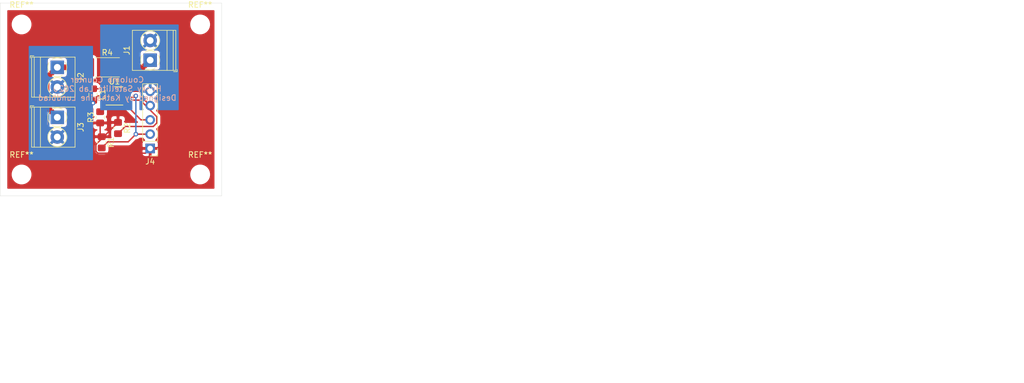
<source format=kicad_pcb>
(kicad_pcb (version 20171130) (host pcbnew 5.1.8-db9833491~88~ubuntu20.04.1)

  (general
    (thickness 1.6)
    (drawings 6)
    (tracks 63)
    (zones 0)
    (modules 15)
    (nets 8)
  )

  (page A4)
  (title_block
    (title "Coulomb Counter")
    (date 12/13/20)
    (company "Husky Satellite Lab")
    (comment 1 "Designed by Katharine Lundblad")
  )

  (layers
    (0 F.Cu signal)
    (31 B.Cu signal)
    (32 B.Adhes user)
    (33 F.Adhes user)
    (34 B.Paste user)
    (35 F.Paste user)
    (36 B.SilkS user)
    (37 F.SilkS user)
    (38 B.Mask user)
    (39 F.Mask user)
    (40 Dwgs.User user)
    (41 Cmts.User user)
    (42 Eco1.User user)
    (43 Eco2.User user)
    (44 Edge.Cuts user)
    (45 Margin user)
    (46 B.CrtYd user)
    (47 F.CrtYd user)
    (48 B.Fab user)
    (49 F.Fab user)
  )

  (setup
    (last_trace_width 1)
    (user_trace_width 1)
    (trace_clearance 0.2)
    (zone_clearance 0.508)
    (zone_45_only no)
    (trace_min 0.2)
    (via_size 0.8)
    (via_drill 0.4)
    (via_min_size 0.4)
    (via_min_drill 0.3)
    (uvia_size 0.3)
    (uvia_drill 0.1)
    (uvias_allowed no)
    (uvia_min_size 0.2)
    (uvia_min_drill 0.1)
    (edge_width 0.05)
    (segment_width 0.2)
    (pcb_text_width 0.3)
    (pcb_text_size 1.5 1.5)
    (mod_edge_width 0.12)
    (mod_text_size 1 1)
    (mod_text_width 0.15)
    (pad_size 1.524 1.524)
    (pad_drill 0.762)
    (pad_to_mask_clearance 0)
    (aux_axis_origin 0 0)
    (visible_elements FFFFFF7F)
    (pcbplotparams
      (layerselection 0x010fc_ffffffff)
      (usegerberextensions false)
      (usegerberattributes true)
      (usegerberadvancedattributes true)
      (creategerberjobfile true)
      (excludeedgelayer true)
      (linewidth 0.100000)
      (plotframeref false)
      (viasonmask false)
      (mode 1)
      (useauxorigin false)
      (hpglpennumber 1)
      (hpglpenspeed 20)
      (hpglpendiameter 15.000000)
      (psnegative false)
      (psa4output false)
      (plotreference true)
      (plotvalue true)
      (plotinvisibletext false)
      (padsonsilk false)
      (subtractmaskfromsilk false)
      (outputformat 1)
      (mirror false)
      (drillshape 0)
      (scaleselection 1)
      (outputdirectory "manufacture/"))
  )

  (net 0 "")
  (net 1 GND)
  (net 2 /~ALCC~)
  (net 3 /SDA)
  (net 4 /SCL)
  (net 5 +VDC)
  (net 6 +3V3)
  (net 7 "Net-(C1-Pad1)")

  (net_class Default "This is the default net class."
    (clearance 0.2)
    (trace_width 0.25)
    (via_dia 0.8)
    (via_drill 0.4)
    (uvia_dia 0.3)
    (uvia_drill 0.1)
    (add_net +3V3)
    (add_net +VDC)
    (add_net /SCL)
    (add_net /SDA)
    (add_net /~ALCC~)
    (add_net GND)
    (add_net "Net-(C1-Pad1)")
  )

  (module TerminalBlock_Phoenix:TerminalBlock_Phoenix_PT-1,5-2-3.5-H_1x02_P3.50mm_Horizontal (layer F.Cu) (tedit 5B294F3F) (tstamp 5FD6AC69)
    (at 144.78 53.34 270)
    (descr "Terminal Block Phoenix PT-1,5-2-3.5-H, 2 pins, pitch 3.5mm, size 7x7.6mm^2, drill diamater 1.2mm, pad diameter 2.4mm, see , script-generated using https://github.com/pointhi/kicad-footprint-generator/scripts/TerminalBlock_Phoenix")
    (tags "THT Terminal Block Phoenix PT-1,5-2-3.5-H pitch 3.5mm size 7x7.6mm^2 drill 1.2mm pad 2.4mm")
    (path /5FEA3BF9)
    (fp_text reference J3 (at 1.75 -4.16 90) (layer F.SilkS)
      (effects (font (size 1 1) (thickness 0.15)))
    )
    (fp_text value Screw_Terminal_01x02 (at 1.75 5.56 90) (layer F.Fab)
      (effects (font (size 1 1) (thickness 0.15)))
    )
    (fp_line (start 5.75 -3.6) (end -2.25 -3.6) (layer F.CrtYd) (width 0.05))
    (fp_line (start 5.75 5) (end 5.75 -3.6) (layer F.CrtYd) (width 0.05))
    (fp_line (start -2.25 5) (end 5.75 5) (layer F.CrtYd) (width 0.05))
    (fp_line (start -2.25 -3.6) (end -2.25 5) (layer F.CrtYd) (width 0.05))
    (fp_line (start -2.05 4.8) (end -1.65 4.8) (layer F.SilkS) (width 0.12))
    (fp_line (start -2.05 4.16) (end -2.05 4.8) (layer F.SilkS) (width 0.12))
    (fp_line (start 2.355 0.941) (end 2.226 1.069) (layer F.SilkS) (width 0.12))
    (fp_line (start 4.57 -1.275) (end 4.476 -1.181) (layer F.SilkS) (width 0.12))
    (fp_line (start 2.525 1.181) (end 2.431 1.274) (layer F.SilkS) (width 0.12))
    (fp_line (start 4.775 -1.069) (end 4.646 -0.941) (layer F.SilkS) (width 0.12))
    (fp_line (start 4.455 -1.138) (end 2.363 0.955) (layer F.Fab) (width 0.1))
    (fp_line (start 4.638 -0.955) (end 2.546 1.138) (layer F.Fab) (width 0.1))
    (fp_line (start 0.955 -1.138) (end -1.138 0.955) (layer F.Fab) (width 0.1))
    (fp_line (start 1.138 -0.955) (end -0.955 1.138) (layer F.Fab) (width 0.1))
    (fp_line (start 5.31 -3.16) (end 5.31 4.56) (layer F.SilkS) (width 0.12))
    (fp_line (start -1.81 -3.16) (end -1.81 4.56) (layer F.SilkS) (width 0.12))
    (fp_line (start -1.81 4.56) (end 5.31 4.56) (layer F.SilkS) (width 0.12))
    (fp_line (start -1.81 -3.16) (end 5.31 -3.16) (layer F.SilkS) (width 0.12))
    (fp_line (start -1.81 3) (end 5.31 3) (layer F.SilkS) (width 0.12))
    (fp_line (start -1.75 3) (end 5.25 3) (layer F.Fab) (width 0.1))
    (fp_line (start -1.81 4.1) (end 5.31 4.1) (layer F.SilkS) (width 0.12))
    (fp_line (start -1.75 4.1) (end 5.25 4.1) (layer F.Fab) (width 0.1))
    (fp_line (start -1.75 4.1) (end -1.75 -3.1) (layer F.Fab) (width 0.1))
    (fp_line (start -1.35 4.5) (end -1.75 4.1) (layer F.Fab) (width 0.1))
    (fp_line (start 5.25 4.5) (end -1.35 4.5) (layer F.Fab) (width 0.1))
    (fp_line (start 5.25 -3.1) (end 5.25 4.5) (layer F.Fab) (width 0.1))
    (fp_line (start -1.75 -3.1) (end 5.25 -3.1) (layer F.Fab) (width 0.1))
    (fp_circle (center 3.5 0) (end 5.18 0) (layer F.SilkS) (width 0.12))
    (fp_circle (center 3.5 0) (end 5 0) (layer F.Fab) (width 0.1))
    (fp_circle (center 0 0) (end 1.5 0) (layer F.Fab) (width 0.1))
    (fp_text user %R (at 1.75 2.4 90) (layer F.Fab)
      (effects (font (size 1 1) (thickness 0.15)))
    )
    (fp_arc (start 0 0) (end -0.866 1.44) (angle -32) (layer F.SilkS) (width 0.12))
    (fp_arc (start 0 0) (end -1.44 -0.866) (angle -63) (layer F.SilkS) (width 0.12))
    (fp_arc (start 0 0) (end 0.866 -1.44) (angle -63) (layer F.SilkS) (width 0.12))
    (fp_arc (start 0 0) (end 1.425 0.891) (angle -64) (layer F.SilkS) (width 0.12))
    (fp_arc (start 0 0) (end 0 1.68) (angle -32) (layer F.SilkS) (width 0.12))
    (pad 2 thru_hole circle (at 3.5 0 270) (size 2.4 2.4) (drill 1.2) (layers *.Cu *.Mask)
      (net 1 GND))
    (pad 1 thru_hole rect (at 0 0 270) (size 2.4 2.4) (drill 1.2) (layers *.Cu *.Mask)
      (net 7 "Net-(C1-Pad1)"))
    (model ${KISYS3DMOD}/TerminalBlock_Phoenix.3dshapes/TerminalBlock_Phoenix_PT-1,5-2-3.5-H_1x02_P3.50mm_Horizontal.wrl
      (at (xyz 0 0 0))
      (scale (xyz 1 1 1))
      (rotate (xyz 0 0 0))
    )
  )

  (module "" (layer F.Cu) (tedit 0) (tstamp 0)
    (at 165.1 46.99)
    (fp_text reference "" (at 144.78 53.34) (layer F.SilkS)
      (effects (font (size 1.27 1.27) (thickness 0.15)))
    )
    (fp_text value "" (at 144.78 53.34) (layer F.SilkS)
      (effects (font (size 1.27 1.27) (thickness 0.15)))
    )
    (fp_text user Conn_01x05_Male (at 144.78 39.52 -180) (layer F.Fab)
      (effects (font (size 1 1) (thickness 0.15)))
    )
  )

  (module MountingHole:MountingHole_2.5mm (layer F.Cu) (tedit 56D1B4CB) (tstamp 5FD6D224)
    (at 170.18 63.5)
    (descr "Mounting Hole 2.5mm, no annular")
    (tags "mounting hole 2.5mm no annular")
    (attr virtual)
    (fp_text reference REF** (at 0 -3.5) (layer F.SilkS)
      (effects (font (size 1 1) (thickness 0.15)))
    )
    (fp_text value MountingHole_2.5mm (at 0 3.5) (layer F.Fab) hide
      (effects (font (size 1 1) (thickness 0.15)))
    )
    (fp_circle (center 0 0) (end 2.75 0) (layer F.CrtYd) (width 0.05))
    (fp_circle (center 0 0) (end 2.5 0) (layer Cmts.User) (width 0.15))
    (fp_text user %R (at 0.3 0) (layer F.Fab)
      (effects (font (size 1 1) (thickness 0.15)))
    )
    (pad 1 np_thru_hole circle (at 0 0) (size 2.5 2.5) (drill 2.5) (layers *.Cu *.Mask))
  )

  (module MountingHole:MountingHole_2.5mm (layer F.Cu) (tedit 56D1B4CB) (tstamp 5FD6D207)
    (at 138.43 63.5)
    (descr "Mounting Hole 2.5mm, no annular")
    (tags "mounting hole 2.5mm no annular")
    (attr virtual)
    (fp_text reference REF** (at 0 -3.5) (layer F.SilkS)
      (effects (font (size 1 1) (thickness 0.15)))
    )
    (fp_text value MountingHole_2.5mm (at 0 3.5) (layer F.Fab) hide
      (effects (font (size 1 1) (thickness 0.15)))
    )
    (fp_circle (center 0 0) (end 2.75 0) (layer F.CrtYd) (width 0.05))
    (fp_circle (center 0 0) (end 2.5 0) (layer Cmts.User) (width 0.15))
    (fp_text user %R (at 0.3 0) (layer F.Fab)
      (effects (font (size 1 1) (thickness 0.15)))
    )
    (pad 1 np_thru_hole circle (at 0 0) (size 2.5 2.5) (drill 2.5) (layers *.Cu *.Mask))
  )

  (module MountingHole:MountingHole_2.5mm (layer F.Cu) (tedit 56D1B4CB) (tstamp 5FD6D1EA)
    (at 170.18 36.83)
    (descr "Mounting Hole 2.5mm, no annular")
    (tags "mounting hole 2.5mm no annular")
    (attr virtual)
    (fp_text reference REF** (at 0 -3.5) (layer F.SilkS)
      (effects (font (size 1 1) (thickness 0.15)))
    )
    (fp_text value MountingHole_2.5mm (at 0 3.5) (layer F.Fab) hide
      (effects (font (size 1 1) (thickness 0.15)))
    )
    (fp_circle (center 0 0) (end 2.75 0) (layer F.CrtYd) (width 0.05))
    (fp_circle (center 0 0) (end 2.5 0) (layer Cmts.User) (width 0.15))
    (fp_text user %R (at 0.3 0) (layer F.Fab)
      (effects (font (size 1 1) (thickness 0.15)))
    )
    (pad 1 np_thru_hole circle (at 0 0) (size 2.5 2.5) (drill 2.5) (layers *.Cu *.Mask))
  )

  (module MountingHole:MountingHole_2.5mm (layer F.Cu) (tedit 56D1B4CB) (tstamp 5FD6D1CD)
    (at 138.43 36.83)
    (descr "Mounting Hole 2.5mm, no annular")
    (tags "mounting hole 2.5mm no annular")
    (attr virtual)
    (fp_text reference REF** (at 0 -3.5) (layer F.SilkS)
      (effects (font (size 1 1) (thickness 0.15)))
    )
    (fp_text value MountingHole_2.5mm (at 0 3.5) (layer F.Fab) hide
      (effects (font (size 1 1) (thickness 0.15)))
    )
    (fp_circle (center 0 0) (end 2.75 0) (layer F.CrtYd) (width 0.05))
    (fp_circle (center 0 0) (end 2.5 0) (layer Cmts.User) (width 0.15))
    (fp_text user %R (at 0.3 0) (layer F.Fab)
      (effects (font (size 1 1) (thickness 0.15)))
    )
    (pad 1 np_thru_hole circle (at 0 0) (size 2.5 2.5) (drill 2.5) (layers *.Cu *.Mask))
  )

  (module Capacitor_SMD:C_0805_2012Metric_Pad1.18x1.45mm_HandSolder (layer F.Cu) (tedit 5F68FEEF) (tstamp 5FD6ABA7)
    (at 151.13 49.2975 270)
    (descr "Capacitor SMD 0805 (2012 Metric), square (rectangular) end terminal, IPC_7351 nominal with elongated pad for handsoldering. (Body size source: IPC-SM-782 page 76, https://www.pcb-3d.com/wordpress/wp-content/uploads/ipc-sm-782a_amendment_1_and_2.pdf, https://docs.google.com/spreadsheets/d/1BsfQQcO9C6DZCsRaXUlFlo91Tg2WpOkGARC1WS5S8t0/edit?usp=sharing), generated with kicad-footprint-generator")
    (tags "capacitor handsolder")
    (path /5FD89FAE)
    (attr smd)
    (fp_text reference C1 (at 0 -1.68 90) (layer F.SilkS)
      (effects (font (size 1 1) (thickness 0.15)))
    )
    (fp_text value 1u (at 0 1.68 90) (layer F.Fab)
      (effects (font (size 1 1) (thickness 0.15)))
    )
    (fp_line (start -1 0.625) (end -1 -0.625) (layer F.Fab) (width 0.1))
    (fp_line (start -1 -0.625) (end 1 -0.625) (layer F.Fab) (width 0.1))
    (fp_line (start 1 -0.625) (end 1 0.625) (layer F.Fab) (width 0.1))
    (fp_line (start 1 0.625) (end -1 0.625) (layer F.Fab) (width 0.1))
    (fp_line (start -0.261252 -0.735) (end 0.261252 -0.735) (layer F.SilkS) (width 0.12))
    (fp_line (start -0.261252 0.735) (end 0.261252 0.735) (layer F.SilkS) (width 0.12))
    (fp_line (start -1.88 0.98) (end -1.88 -0.98) (layer F.CrtYd) (width 0.05))
    (fp_line (start -1.88 -0.98) (end 1.88 -0.98) (layer F.CrtYd) (width 0.05))
    (fp_line (start 1.88 -0.98) (end 1.88 0.98) (layer F.CrtYd) (width 0.05))
    (fp_line (start 1.88 0.98) (end -1.88 0.98) (layer F.CrtYd) (width 0.05))
    (fp_text user %R (at 0 0 90) (layer F.Fab)
      (effects (font (size 0.5 0.5) (thickness 0.08)))
    )
    (pad 1 smd roundrect (at -1.0375 0 270) (size 1.175 1.45) (layers F.Cu F.Paste F.Mask) (roundrect_rratio 0.2127659574468085)
      (net 7 "Net-(C1-Pad1)"))
    (pad 2 smd roundrect (at 1.0375 0 270) (size 1.175 1.45) (layers F.Cu F.Paste F.Mask) (roundrect_rratio 0.2127659574468085)
      (net 1 GND))
    (model ${KISYS3DMOD}/Capacitor_SMD.3dshapes/C_0805_2012Metric.wrl
      (at (xyz 0 0 0))
      (scale (xyz 1 1 1))
      (rotate (xyz 0 0 0))
    )
  )

  (module Resistor_SMD:R_0805_2012Metric_Pad1.20x1.40mm_HandSolder (layer F.Cu) (tedit 5F68FEEE) (tstamp 5FD6ABB8)
    (at 152.67 57.785 270)
    (descr "Resistor SMD 0805 (2012 Metric), square (rectangular) end terminal, IPC_7351 nominal with elongated pad for handsoldering. (Body size source: IPC-SM-782 page 72, https://www.pcb-3d.com/wordpress/wp-content/uploads/ipc-sm-782a_amendment_1_and_2.pdf), generated with kicad-footprint-generator")
    (tags "resistor handsolder")
    (path /5FCC7F99)
    (attr smd)
    (fp_text reference R1 (at 0 -1.65 90) (layer F.SilkS)
      (effects (font (size 1 1) (thickness 0.15)))
    )
    (fp_text value 2k (at 0 1.65 90) (layer F.Fab)
      (effects (font (size 1 1) (thickness 0.15)))
    )
    (fp_line (start -1 0.625) (end -1 -0.625) (layer F.Fab) (width 0.1))
    (fp_line (start -1 -0.625) (end 1 -0.625) (layer F.Fab) (width 0.1))
    (fp_line (start 1 -0.625) (end 1 0.625) (layer F.Fab) (width 0.1))
    (fp_line (start 1 0.625) (end -1 0.625) (layer F.Fab) (width 0.1))
    (fp_line (start -0.227064 -0.735) (end 0.227064 -0.735) (layer F.SilkS) (width 0.12))
    (fp_line (start -0.227064 0.735) (end 0.227064 0.735) (layer F.SilkS) (width 0.12))
    (fp_line (start -1.85 0.95) (end -1.85 -0.95) (layer F.CrtYd) (width 0.05))
    (fp_line (start -1.85 -0.95) (end 1.85 -0.95) (layer F.CrtYd) (width 0.05))
    (fp_line (start 1.85 -0.95) (end 1.85 0.95) (layer F.CrtYd) (width 0.05))
    (fp_line (start 1.85 0.95) (end -1.85 0.95) (layer F.CrtYd) (width 0.05))
    (fp_text user %R (at 0 0 90) (layer F.Fab)
      (effects (font (size 0.5 0.5) (thickness 0.08)))
    )
    (pad 1 smd roundrect (at -1 0 270) (size 1.2 1.4) (layers F.Cu F.Paste F.Mask) (roundrect_rratio 0.2083325)
      (net 6 +3V3))
    (pad 2 smd roundrect (at 1 0 270) (size 1.2 1.4) (layers F.Cu F.Paste F.Mask) (roundrect_rratio 0.2083325)
      (net 2 /~ALCC~))
    (model ${KISYS3DMOD}/Resistor_SMD.3dshapes/R_0805_2012Metric.wrl
      (at (xyz 0 0 0))
      (scale (xyz 1 1 1))
      (rotate (xyz 0 0 0))
    )
  )

  (module Resistor_SMD:R_0805_2012Metric_Pad1.20x1.40mm_HandSolder (layer F.Cu) (tedit 5F68FEEE) (tstamp 5FD6ABC9)
    (at 155.575 55.245 270)
    (descr "Resistor SMD 0805 (2012 Metric), square (rectangular) end terminal, IPC_7351 nominal with elongated pad for handsoldering. (Body size source: IPC-SM-782 page 72, https://www.pcb-3d.com/wordpress/wp-content/uploads/ipc-sm-782a_amendment_1_and_2.pdf), generated with kicad-footprint-generator")
    (tags "resistor handsolder")
    (path /5FCD6CC6)
    (attr smd)
    (fp_text reference R2 (at 0 -1.65 90) (layer F.SilkS)
      (effects (font (size 1 1) (thickness 0.15)))
    )
    (fp_text value 2k (at 0 1.65 90) (layer F.Fab)
      (effects (font (size 1 1) (thickness 0.15)))
    )
    (fp_line (start 1.85 0.95) (end -1.85 0.95) (layer F.CrtYd) (width 0.05))
    (fp_line (start 1.85 -0.95) (end 1.85 0.95) (layer F.CrtYd) (width 0.05))
    (fp_line (start -1.85 -0.95) (end 1.85 -0.95) (layer F.CrtYd) (width 0.05))
    (fp_line (start -1.85 0.95) (end -1.85 -0.95) (layer F.CrtYd) (width 0.05))
    (fp_line (start -0.227064 0.735) (end 0.227064 0.735) (layer F.SilkS) (width 0.12))
    (fp_line (start -0.227064 -0.735) (end 0.227064 -0.735) (layer F.SilkS) (width 0.12))
    (fp_line (start 1 0.625) (end -1 0.625) (layer F.Fab) (width 0.1))
    (fp_line (start 1 -0.625) (end 1 0.625) (layer F.Fab) (width 0.1))
    (fp_line (start -1 -0.625) (end 1 -0.625) (layer F.Fab) (width 0.1))
    (fp_line (start -1 0.625) (end -1 -0.625) (layer F.Fab) (width 0.1))
    (fp_text user %R (at 0 0 90) (layer F.Fab)
      (effects (font (size 0.5 0.5) (thickness 0.08)))
    )
    (pad 2 smd roundrect (at 1 0 270) (size 1.2 1.4) (layers F.Cu F.Paste F.Mask) (roundrect_rratio 0.2083325)
      (net 3 /SDA))
    (pad 1 smd roundrect (at -1 0 270) (size 1.2 1.4) (layers F.Cu F.Paste F.Mask) (roundrect_rratio 0.2083325)
      (net 6 +3V3))
    (model ${KISYS3DMOD}/Resistor_SMD.3dshapes/R_0805_2012Metric.wrl
      (at (xyz 0 0 0))
      (scale (xyz 1 1 1))
      (rotate (xyz 0 0 0))
    )
  )

  (module Resistor_SMD:R_0805_2012Metric_Pad1.20x1.40mm_HandSolder (layer F.Cu) (tedit 5F68FEEE) (tstamp 5FD6ABDA)
    (at 152.4 53.34 90)
    (descr "Resistor SMD 0805 (2012 Metric), square (rectangular) end terminal, IPC_7351 nominal with elongated pad for handsoldering. (Body size source: IPC-SM-782 page 72, https://www.pcb-3d.com/wordpress/wp-content/uploads/ipc-sm-782a_amendment_1_and_2.pdf), generated with kicad-footprint-generator")
    (tags "resistor handsolder")
    (path /5FCD786B)
    (attr smd)
    (fp_text reference R3 (at 0 -1.65 90) (layer F.SilkS)
      (effects (font (size 1 1) (thickness 0.15)))
    )
    (fp_text value 2k (at 0 1.65 90) (layer F.Fab)
      (effects (font (size 1 1) (thickness 0.15)))
    )
    (fp_line (start -1 0.625) (end -1 -0.625) (layer F.Fab) (width 0.1))
    (fp_line (start -1 -0.625) (end 1 -0.625) (layer F.Fab) (width 0.1))
    (fp_line (start 1 -0.625) (end 1 0.625) (layer F.Fab) (width 0.1))
    (fp_line (start 1 0.625) (end -1 0.625) (layer F.Fab) (width 0.1))
    (fp_line (start -0.227064 -0.735) (end 0.227064 -0.735) (layer F.SilkS) (width 0.12))
    (fp_line (start -0.227064 0.735) (end 0.227064 0.735) (layer F.SilkS) (width 0.12))
    (fp_line (start -1.85 0.95) (end -1.85 -0.95) (layer F.CrtYd) (width 0.05))
    (fp_line (start -1.85 -0.95) (end 1.85 -0.95) (layer F.CrtYd) (width 0.05))
    (fp_line (start 1.85 -0.95) (end 1.85 0.95) (layer F.CrtYd) (width 0.05))
    (fp_line (start 1.85 0.95) (end -1.85 0.95) (layer F.CrtYd) (width 0.05))
    (fp_text user %R (at 0 0 90) (layer F.Fab)
      (effects (font (size 0.5 0.5) (thickness 0.08)))
    )
    (pad 1 smd roundrect (at -1 0 90) (size 1.2 1.4) (layers F.Cu F.Paste F.Mask) (roundrect_rratio 0.2083325)
      (net 6 +3V3))
    (pad 2 smd roundrect (at 1 0 90) (size 1.2 1.4) (layers F.Cu F.Paste F.Mask) (roundrect_rratio 0.2083325)
      (net 4 /SCL))
    (model ${KISYS3DMOD}/Resistor_SMD.3dshapes/R_0805_2012Metric.wrl
      (at (xyz 0 0 0))
      (scale (xyz 1 1 1))
      (rotate (xyz 0 0 0))
    )
  )

  (module Resistor_SMD:R_2512_6332Metric_Pad1.40x3.35mm_HandSolder (layer F.Cu) (tedit 5F68FEEE) (tstamp 5FD6ABEB)
    (at 153.67 44.45)
    (descr "Resistor SMD 2512 (6332 Metric), square (rectangular) end terminal, IPC_7351 nominal with elongated pad for handsoldering. (Body size source: IPC-SM-782 page 72, https://www.pcb-3d.com/wordpress/wp-content/uploads/ipc-sm-782a_amendment_1_and_2.pdf), generated with kicad-footprint-generator")
    (tags "resistor handsolder")
    (path /5FCFEA46)
    (attr smd)
    (fp_text reference R4 (at 0 -2.62) (layer F.SilkS)
      (effects (font (size 1 1) (thickness 0.15)))
    )
    (fp_text value 50m (at 0 2.62) (layer F.Fab)
      (effects (font (size 1 1) (thickness 0.15)))
    )
    (fp_line (start -3.15 1.6) (end -3.15 -1.6) (layer F.Fab) (width 0.1))
    (fp_line (start -3.15 -1.6) (end 3.15 -1.6) (layer F.Fab) (width 0.1))
    (fp_line (start 3.15 -1.6) (end 3.15 1.6) (layer F.Fab) (width 0.1))
    (fp_line (start 3.15 1.6) (end -3.15 1.6) (layer F.Fab) (width 0.1))
    (fp_line (start -2.177064 -1.71) (end 2.177064 -1.71) (layer F.SilkS) (width 0.12))
    (fp_line (start -2.177064 1.71) (end 2.177064 1.71) (layer F.SilkS) (width 0.12))
    (fp_line (start -4 1.92) (end -4 -1.92) (layer F.CrtYd) (width 0.05))
    (fp_line (start -4 -1.92) (end 4 -1.92) (layer F.CrtYd) (width 0.05))
    (fp_line (start 4 -1.92) (end 4 1.92) (layer F.CrtYd) (width 0.05))
    (fp_line (start 4 1.92) (end -4 1.92) (layer F.CrtYd) (width 0.05))
    (fp_text user %R (at 0 0) (layer F.Fab)
      (effects (font (size 1 1) (thickness 0.15)))
    )
    (pad 1 smd roundrect (at -3.05 0) (size 1.4 3.35) (layers F.Cu F.Paste F.Mask) (roundrect_rratio 0.1785707142857143)
      (net 7 "Net-(C1-Pad1)"))
    (pad 2 smd roundrect (at 3.05 0) (size 1.4 3.35) (layers F.Cu F.Paste F.Mask) (roundrect_rratio 0.1785707142857143)
      (net 5 +VDC))
    (model ${KISYS3DMOD}/Resistor_SMD.3dshapes/R_2512_6332Metric.wrl
      (at (xyz 0 0 0))
      (scale (xyz 1 1 1))
      (rotate (xyz 0 0 0))
    )
  )

  (module TerminalBlock_Phoenix:TerminalBlock_Phoenix_PT-1,5-2-3.5-H_1x02_P3.50mm_Horizontal (layer F.Cu) (tedit 5B294F3F) (tstamp 5FD6AC15)
    (at 161.29 43.18 90)
    (descr "Terminal Block Phoenix PT-1,5-2-3.5-H, 2 pins, pitch 3.5mm, size 7x7.6mm^2, drill diamater 1.2mm, pad diameter 2.4mm, see , script-generated using https://github.com/pointhi/kicad-footprint-generator/scripts/TerminalBlock_Phoenix")
    (tags "THT Terminal Block Phoenix PT-1,5-2-3.5-H pitch 3.5mm size 7x7.6mm^2 drill 1.2mm pad 2.4mm")
    (path /5FE7F5AE)
    (fp_text reference J1 (at 1.75 -4.16 90) (layer F.SilkS)
      (effects (font (size 1 1) (thickness 0.15)))
    )
    (fp_text value Screw_Terminal_01x02 (at 1.75 5.56 90) (layer F.Fab)
      (effects (font (size 1 1) (thickness 0.15)))
    )
    (fp_circle (center 0 0) (end 1.5 0) (layer F.Fab) (width 0.1))
    (fp_circle (center 3.5 0) (end 5 0) (layer F.Fab) (width 0.1))
    (fp_circle (center 3.5 0) (end 5.18 0) (layer F.SilkS) (width 0.12))
    (fp_line (start -1.75 -3.1) (end 5.25 -3.1) (layer F.Fab) (width 0.1))
    (fp_line (start 5.25 -3.1) (end 5.25 4.5) (layer F.Fab) (width 0.1))
    (fp_line (start 5.25 4.5) (end -1.35 4.5) (layer F.Fab) (width 0.1))
    (fp_line (start -1.35 4.5) (end -1.75 4.1) (layer F.Fab) (width 0.1))
    (fp_line (start -1.75 4.1) (end -1.75 -3.1) (layer F.Fab) (width 0.1))
    (fp_line (start -1.75 4.1) (end 5.25 4.1) (layer F.Fab) (width 0.1))
    (fp_line (start -1.81 4.1) (end 5.31 4.1) (layer F.SilkS) (width 0.12))
    (fp_line (start -1.75 3) (end 5.25 3) (layer F.Fab) (width 0.1))
    (fp_line (start -1.81 3) (end 5.31 3) (layer F.SilkS) (width 0.12))
    (fp_line (start -1.81 -3.16) (end 5.31 -3.16) (layer F.SilkS) (width 0.12))
    (fp_line (start -1.81 4.56) (end 5.31 4.56) (layer F.SilkS) (width 0.12))
    (fp_line (start -1.81 -3.16) (end -1.81 4.56) (layer F.SilkS) (width 0.12))
    (fp_line (start 5.31 -3.16) (end 5.31 4.56) (layer F.SilkS) (width 0.12))
    (fp_line (start 1.138 -0.955) (end -0.955 1.138) (layer F.Fab) (width 0.1))
    (fp_line (start 0.955 -1.138) (end -1.138 0.955) (layer F.Fab) (width 0.1))
    (fp_line (start 4.638 -0.955) (end 2.546 1.138) (layer F.Fab) (width 0.1))
    (fp_line (start 4.455 -1.138) (end 2.363 0.955) (layer F.Fab) (width 0.1))
    (fp_line (start 4.775 -1.069) (end 4.646 -0.941) (layer F.SilkS) (width 0.12))
    (fp_line (start 2.525 1.181) (end 2.431 1.274) (layer F.SilkS) (width 0.12))
    (fp_line (start 4.57 -1.275) (end 4.476 -1.181) (layer F.SilkS) (width 0.12))
    (fp_line (start 2.355 0.941) (end 2.226 1.069) (layer F.SilkS) (width 0.12))
    (fp_line (start -2.05 4.16) (end -2.05 4.8) (layer F.SilkS) (width 0.12))
    (fp_line (start -2.05 4.8) (end -1.65 4.8) (layer F.SilkS) (width 0.12))
    (fp_line (start -2.25 -3.6) (end -2.25 5) (layer F.CrtYd) (width 0.05))
    (fp_line (start -2.25 5) (end 5.75 5) (layer F.CrtYd) (width 0.05))
    (fp_line (start 5.75 5) (end 5.75 -3.6) (layer F.CrtYd) (width 0.05))
    (fp_line (start 5.75 -3.6) (end -2.25 -3.6) (layer F.CrtYd) (width 0.05))
    (fp_arc (start 0 0) (end 0 1.68) (angle -32) (layer F.SilkS) (width 0.12))
    (fp_arc (start 0 0) (end 1.425 0.891) (angle -64) (layer F.SilkS) (width 0.12))
    (fp_arc (start 0 0) (end 0.866 -1.44) (angle -63) (layer F.SilkS) (width 0.12))
    (fp_arc (start 0 0) (end -1.44 -0.866) (angle -63) (layer F.SilkS) (width 0.12))
    (fp_arc (start 0 0) (end -0.866 1.44) (angle -32) (layer F.SilkS) (width 0.12))
    (fp_text user %R (at 1.75 2.4 90) (layer F.Fab)
      (effects (font (size 1 1) (thickness 0.15)))
    )
    (pad 1 thru_hole rect (at 0 0 90) (size 2.4 2.4) (drill 1.2) (layers *.Cu *.Mask)
      (net 5 +VDC))
    (pad 2 thru_hole circle (at 3.5 0 90) (size 2.4 2.4) (drill 1.2) (layers *.Cu *.Mask)
      (net 1 GND))
    (model ${KISYS3DMOD}/TerminalBlock_Phoenix.3dshapes/TerminalBlock_Phoenix_PT-1,5-2-3.5-H_1x02_P3.50mm_Horizontal.wrl
      (at (xyz 0 0 0))
      (scale (xyz 1 1 1))
      (rotate (xyz 0 0 0))
    )
  )

  (module TerminalBlock_Phoenix:TerminalBlock_Phoenix_PT-1,5-2-3.5-H_1x02_P3.50mm_Horizontal (layer F.Cu) (tedit 5B294F3F) (tstamp 5FD6AC3F)
    (at 144.78 44.45 270)
    (descr "Terminal Block Phoenix PT-1,5-2-3.5-H, 2 pins, pitch 3.5mm, size 7x7.6mm^2, drill diamater 1.2mm, pad diameter 2.4mm, see , script-generated using https://github.com/pointhi/kicad-footprint-generator/scripts/TerminalBlock_Phoenix")
    (tags "THT Terminal Block Phoenix PT-1,5-2-3.5-H pitch 3.5mm size 7x7.6mm^2 drill 1.2mm pad 2.4mm")
    (path /5FEA286D)
    (fp_text reference J2 (at 1.75 -4.16 90) (layer F.SilkS)
      (effects (font (size 1 1) (thickness 0.15)))
    )
    (fp_text value Screw_Terminal_01x02 (at 1.75 5.56 90) (layer F.Fab)
      (effects (font (size 1 1) (thickness 0.15)))
    )
    (fp_circle (center 0 0) (end 1.5 0) (layer F.Fab) (width 0.1))
    (fp_circle (center 3.5 0) (end 5 0) (layer F.Fab) (width 0.1))
    (fp_circle (center 3.5 0) (end 5.18 0) (layer F.SilkS) (width 0.12))
    (fp_line (start -1.75 -3.1) (end 5.25 -3.1) (layer F.Fab) (width 0.1))
    (fp_line (start 5.25 -3.1) (end 5.25 4.5) (layer F.Fab) (width 0.1))
    (fp_line (start 5.25 4.5) (end -1.35 4.5) (layer F.Fab) (width 0.1))
    (fp_line (start -1.35 4.5) (end -1.75 4.1) (layer F.Fab) (width 0.1))
    (fp_line (start -1.75 4.1) (end -1.75 -3.1) (layer F.Fab) (width 0.1))
    (fp_line (start -1.75 4.1) (end 5.25 4.1) (layer F.Fab) (width 0.1))
    (fp_line (start -1.81 4.1) (end 5.31 4.1) (layer F.SilkS) (width 0.12))
    (fp_line (start -1.75 3) (end 5.25 3) (layer F.Fab) (width 0.1))
    (fp_line (start -1.81 3) (end 5.31 3) (layer F.SilkS) (width 0.12))
    (fp_line (start -1.81 -3.16) (end 5.31 -3.16) (layer F.SilkS) (width 0.12))
    (fp_line (start -1.81 4.56) (end 5.31 4.56) (layer F.SilkS) (width 0.12))
    (fp_line (start -1.81 -3.16) (end -1.81 4.56) (layer F.SilkS) (width 0.12))
    (fp_line (start 5.31 -3.16) (end 5.31 4.56) (layer F.SilkS) (width 0.12))
    (fp_line (start 1.138 -0.955) (end -0.955 1.138) (layer F.Fab) (width 0.1))
    (fp_line (start 0.955 -1.138) (end -1.138 0.955) (layer F.Fab) (width 0.1))
    (fp_line (start 4.638 -0.955) (end 2.546 1.138) (layer F.Fab) (width 0.1))
    (fp_line (start 4.455 -1.138) (end 2.363 0.955) (layer F.Fab) (width 0.1))
    (fp_line (start 4.775 -1.069) (end 4.646 -0.941) (layer F.SilkS) (width 0.12))
    (fp_line (start 2.525 1.181) (end 2.431 1.274) (layer F.SilkS) (width 0.12))
    (fp_line (start 4.57 -1.275) (end 4.476 -1.181) (layer F.SilkS) (width 0.12))
    (fp_line (start 2.355 0.941) (end 2.226 1.069) (layer F.SilkS) (width 0.12))
    (fp_line (start -2.05 4.16) (end -2.05 4.8) (layer F.SilkS) (width 0.12))
    (fp_line (start -2.05 4.8) (end -1.65 4.8) (layer F.SilkS) (width 0.12))
    (fp_line (start -2.25 -3.6) (end -2.25 5) (layer F.CrtYd) (width 0.05))
    (fp_line (start -2.25 5) (end 5.75 5) (layer F.CrtYd) (width 0.05))
    (fp_line (start 5.75 5) (end 5.75 -3.6) (layer F.CrtYd) (width 0.05))
    (fp_line (start 5.75 -3.6) (end -2.25 -3.6) (layer F.CrtYd) (width 0.05))
    (fp_arc (start 0 0) (end 0 1.68) (angle -32) (layer F.SilkS) (width 0.12))
    (fp_arc (start 0 0) (end 1.425 0.891) (angle -64) (layer F.SilkS) (width 0.12))
    (fp_arc (start 0 0) (end 0.866 -1.44) (angle -63) (layer F.SilkS) (width 0.12))
    (fp_arc (start 0 0) (end -1.44 -0.866) (angle -63) (layer F.SilkS) (width 0.12))
    (fp_arc (start 0 0) (end -0.866 1.44) (angle -32) (layer F.SilkS) (width 0.12))
    (fp_text user %R (at 1.75 2.4 90) (layer F.Fab)
      (effects (font (size 1 1) (thickness 0.15)))
    )
    (pad 1 thru_hole rect (at 0 0 270) (size 2.4 2.4) (drill 1.2) (layers *.Cu *.Mask)
      (net 7 "Net-(C1-Pad1)"))
    (pad 2 thru_hole circle (at 3.5 0 270) (size 2.4 2.4) (drill 1.2) (layers *.Cu *.Mask)
      (net 1 GND))
    (model ${KISYS3DMOD}/TerminalBlock_Phoenix.3dshapes/TerminalBlock_Phoenix_PT-1,5-2-3.5-H_1x02_P3.50mm_Horizontal.wrl
      (at (xyz 0 0 0))
      (scale (xyz 1 1 1))
      (rotate (xyz 0 0 0))
    )
  )

  (module Connector_PinHeader_2.54mm:PinHeader_1x05_P2.54mm_Vertical (layer F.Cu) (tedit 59FED5CC) (tstamp 5FD6AC82)
    (at 161.29 58.87 180)
    (descr "Through hole straight pin header, 1x05, 2.54mm pitch, single row")
    (tags "Through hole pin header THT 1x05 2.54mm single row")
    (path /5FDEF851)
    (fp_text reference J4 (at 0 -2.33) (layer F.SilkS)
      (effects (font (size 1 1) (thickness 0.15)))
    )
    (fp_text value Conn_01x05_Male (at 0 12.49) (layer F.Fab)
      (effects (font (size 1 1) (thickness 0.15)))
    )
    (fp_line (start -0.635 -1.27) (end 1.27 -1.27) (layer F.Fab) (width 0.1))
    (fp_line (start 1.27 -1.27) (end 1.27 11.43) (layer F.Fab) (width 0.1))
    (fp_line (start 1.27 11.43) (end -1.27 11.43) (layer F.Fab) (width 0.1))
    (fp_line (start -1.27 11.43) (end -1.27 -0.635) (layer F.Fab) (width 0.1))
    (fp_line (start -1.27 -0.635) (end -0.635 -1.27) (layer F.Fab) (width 0.1))
    (fp_line (start -1.33 11.49) (end 1.33 11.49) (layer F.SilkS) (width 0.12))
    (fp_line (start -1.33 1.27) (end -1.33 11.49) (layer F.SilkS) (width 0.12))
    (fp_line (start 1.33 1.27) (end 1.33 11.49) (layer F.SilkS) (width 0.12))
    (fp_line (start -1.33 1.27) (end 1.33 1.27) (layer F.SilkS) (width 0.12))
    (fp_line (start -1.33 0) (end -1.33 -1.33) (layer F.SilkS) (width 0.12))
    (fp_line (start -1.33 -1.33) (end 0 -1.33) (layer F.SilkS) (width 0.12))
    (fp_line (start -1.8 -1.8) (end -1.8 11.95) (layer F.CrtYd) (width 0.05))
    (fp_line (start -1.8 11.95) (end 1.8 11.95) (layer F.CrtYd) (width 0.05))
    (fp_line (start 1.8 11.95) (end 1.8 -1.8) (layer F.CrtYd) (width 0.05))
    (fp_line (start 1.8 -1.8) (end -1.8 -1.8) (layer F.CrtYd) (width 0.05))
    (fp_text user %R (at 0 5.08 90) (layer F.Fab)
      (effects (font (size 1 1) (thickness 0.15)))
    )
    (pad 1 thru_hole rect (at 0 0 180) (size 1.7 1.7) (drill 1) (layers *.Cu *.Mask)
      (net 6 +3V3))
    (pad 2 thru_hole oval (at 0 2.54 180) (size 1.7 1.7) (drill 1) (layers *.Cu *.Mask)
      (net 2 /~ALCC~))
    (pad 3 thru_hole oval (at 0 5.08 180) (size 1.7 1.7) (drill 1) (layers *.Cu *.Mask)
      (net 4 /SCL))
    (pad 4 thru_hole oval (at 0 7.62 180) (size 1.7 1.7) (drill 1) (layers *.Cu *.Mask)
      (net 3 /SDA))
    (pad 5 thru_hole oval (at 0 10.16 180) (size 1.7 1.7) (drill 1) (layers *.Cu *.Mask)
      (net 1 GND))
    (model ${KISYS3DMOD}/Connector_PinHeader_2.54mm.3dshapes/PinHeader_1x05_P2.54mm_Vertical.wrl
      (at (xyz 0 0 0))
      (scale (xyz 1 1 1))
      (rotate (xyz 0 0 0))
    )
  )

  (module Package_DFN_QFN:DFN-8-1EP_3x3mm_P0.5mm_EP1.66x2.38mm (layer F.Cu) (tedit 5EA4BDD8) (tstamp 5FD6AC9F)
    (at 154.94 49.53)
    (descr "DD Package; 8-Lead Plastic DFN (3mm x 3mm) (see Linear Technology DFN_8_05-08-1698.pdf)")
    (tags "DFN 0.5")
    (path /5FCBD0BC)
    (attr smd)
    (fp_text reference U1 (at 0 -2.55) (layer F.SilkS)
      (effects (font (size 1 1) (thickness 0.15)))
    )
    (fp_text value LTC2943 (at 0 2.55) (layer F.Fab)
      (effects (font (size 1 1) (thickness 0.15)))
    )
    (fp_line (start -0.5 -1.5) (end 1.5 -1.5) (layer F.Fab) (width 0.15))
    (fp_line (start 1.5 -1.5) (end 1.5 1.5) (layer F.Fab) (width 0.15))
    (fp_line (start 1.5 1.5) (end -1.5 1.5) (layer F.Fab) (width 0.15))
    (fp_line (start -1.5 1.5) (end -1.5 -0.5) (layer F.Fab) (width 0.15))
    (fp_line (start -1.5 -0.5) (end -0.5 -1.5) (layer F.Fab) (width 0.15))
    (fp_line (start -2 -1.8) (end -2 1.8) (layer F.CrtYd) (width 0.05))
    (fp_line (start 2 -1.8) (end 2 1.8) (layer F.CrtYd) (width 0.05))
    (fp_line (start -2 -1.8) (end 2 -1.8) (layer F.CrtYd) (width 0.05))
    (fp_line (start -2 1.8) (end 2 1.8) (layer F.CrtYd) (width 0.05))
    (fp_line (start -1.5 1.625) (end 1.5 1.625) (layer F.SilkS) (width 0.15))
    (fp_line (start 0 -1.625) (end 1.5 -1.625) (layer F.SilkS) (width 0.15))
    (fp_text user %R (at 0 0) (layer F.Fab)
      (effects (font (size 0.7 0.7) (thickness 0.105)))
    )
    (pad 1 smd rect (at -1.4 -0.75) (size 0.7 0.25) (layers F.Cu F.Paste F.Mask)
      (net 7 "Net-(C1-Pad1)"))
    (pad 2 smd rect (at -1.4 -0.25) (size 0.7 0.25) (layers F.Cu F.Paste F.Mask)
      (net 1 GND))
    (pad 3 smd rect (at -1.4 0.25) (size 0.7 0.25) (layers F.Cu F.Paste F.Mask)
      (net 1 GND))
    (pad 4 smd rect (at -1.4 0.75) (size 0.7 0.25) (layers F.Cu F.Paste F.Mask)
      (net 4 /SCL))
    (pad 5 smd rect (at 1.4 0.75) (size 0.7 0.25) (layers F.Cu F.Paste F.Mask)
      (net 3 /SDA))
    (pad 6 smd rect (at 1.4 0.25) (size 0.7 0.25) (layers F.Cu F.Paste F.Mask)
      (net 2 /~ALCC~))
    (pad 7 smd rect (at 1.4 -0.25) (size 0.7 0.25) (layers F.Cu F.Paste F.Mask)
      (net 1 GND))
    (pad 8 smd rect (at 1.4 -0.75) (size 0.7 0.25) (layers F.Cu F.Paste F.Mask)
      (net 5 +VDC))
    (pad "" smd rect (at 0.415 0.595) (size 0.64 1) (layers F.Paste))
    (pad 9 smd rect (at 0 0) (size 1.66 2.38) (layers F.Cu F.Mask)
      (net 1 GND))
    (pad "" smd rect (at -0.415 0.595) (size 0.64 1) (layers F.Paste))
    (pad "" smd rect (at 0.415 -0.595) (size 0.64 1) (layers F.Paste))
    (pad "" smd rect (at -0.415 -0.595) (size 0.64 1) (layers F.Paste))
    (model ${KISYS3DMOD}/Package_DFN_QFN.3dshapes/DFN-8-1EP_3x3mm_P0.5mm_EP1.66x2.38mm.wrl
      (at (xyz 0 0 0))
      (scale (xyz 1 1 1))
      (rotate (xyz 0 0 0))
    )
  )

  (gr_text "Coulomb Counter\nHusky Satellite Lab 2020\nDesigned by Katharine Lundblad" (at 153.67 48.26) (layer B.SilkS)
    (effects (font (size 1 1) (thickness 0.15)) (justify mirror))
  )
  (gr_text Conn_01x05_Male (at 161.29 60.96) (layer F.Fab)
    (effects (font (size 1 1) (thickness 0.15)))
  )
  (gr_line (start 134.62 33.02) (end 173.99 33.02) (layer Edge.Cuts) (width 0.05) (tstamp 5FD6DD22))
  (gr_line (start 134.62 67.31) (end 134.62 33.02) (layer Edge.Cuts) (width 0.05))
  (gr_line (start 173.99 67.31) (end 134.62 67.31) (layer Edge.Cuts) (width 0.05))
  (gr_line (start 173.99 33.02) (end 173.99 67.31) (layer Edge.Cuts) (width 0.05))

  (segment (start 150.62 47.75) (end 151.13 48.26) (width 0.25) (layer F.Cu) (net 7))
  (segment (start 150.62 44.45) (end 150.62 47.75) (width 0.25) (layer F.Cu) (net 7))
  (segment (start 153.02 48.26) (end 153.54 48.78) (width 0.25) (layer F.Cu) (net 7))
  (segment (start 151.13 48.26) (end 153.02 48.26) (width 0.25) (layer F.Cu) (net 7))
  (segment (start 144.78 44.45) (end 150.62 44.45) (width 1) (layer F.Cu) (net 7))
  (segment (start 142.879999 46.350001) (end 144.78 44.45) (width 1) (layer F.Cu) (net 7))
  (segment (start 142.879999 51.439999) (end 142.879999 46.350001) (width 1) (layer F.Cu) (net 7))
  (segment (start 144.78 53.34) (end 142.879999 51.439999) (width 1) (layer F.Cu) (net 7))
  (segment (start 151.13 50.335) (end 151.935 49.53) (width 0.25) (layer F.Cu) (net 1))
  (segment (start 154.69 49.78) (end 154.94 49.53) (width 0.25) (layer F.Cu) (net 1))
  (segment (start 153.54 49.78) (end 154.69 49.78) (width 0.25) (layer F.Cu) (net 1))
  (segment (start 153.54 49.66) (end 153.67 49.53) (width 0.25) (layer F.Cu) (net 1))
  (segment (start 153.67 49.53) (end 154.94 49.53) (width 0.25) (layer F.Cu) (net 1))
  (segment (start 153.54 49.78) (end 153.54 49.66) (width 0.25) (layer F.Cu) (net 1))
  (segment (start 151.935 49.53) (end 153.67 49.53) (width 0.25) (layer F.Cu) (net 1))
  (segment (start 153.54 49.4) (end 153.67 49.53) (width 0.25) (layer F.Cu) (net 1))
  (segment (start 153.54 49.28) (end 153.54 49.4) (width 0.25) (layer F.Cu) (net 1))
  (segment (start 157.799982 48.71) (end 161.29 48.71) (width 0.25) (layer F.Cu) (net 1))
  (segment (start 157.229991 49.279991) (end 157.799982 48.71) (width 0.25) (layer F.Cu) (net 1))
  (segment (start 155.190009 49.279991) (end 157.229991 49.279991) (width 0.25) (layer F.Cu) (net 1))
  (segment (start 154.94 49.53) (end 155.190009 49.279991) (width 0.25) (layer F.Cu) (net 1))
  (segment (start 143.254999 49.475001) (end 143.254999 55.314999) (width 0.25) (layer B.Cu) (net 1))
  (segment (start 143.254999 55.314999) (end 144.78 56.84) (width 0.25) (layer B.Cu) (net 1))
  (segment (start 144.78 47.95) (end 143.254999 49.475001) (width 0.25) (layer B.Cu) (net 1))
  (segment (start 144.78 47.95) (end 148.28 47.95) (width 0.25) (layer B.Cu) (net 1))
  (via (at 151.13 50.8) (size 0.8) (drill 0.4) (layers F.Cu B.Cu) (net 1))
  (segment (start 148.28 47.95) (end 151.13 50.8) (width 0.25) (layer B.Cu) (net 1))
  (segment (start 153.760001 57.694999) (end 157.385001 57.694999) (width 0.25) (layer F.Cu) (net 2))
  (segment (start 157.385001 57.694999) (end 158.75 56.33) (width 0.25) (layer F.Cu) (net 2))
  (segment (start 152.67 58.785) (end 153.760001 57.694999) (width 0.25) (layer F.Cu) (net 2))
  (segment (start 156.34 49.730001) (end 156.34 49.78) (width 0.25) (layer F.Cu) (net 2))
  (segment (start 158.75 56.33) (end 161.29 56.33) (width 0.25) (layer F.Cu) (net 2))
  (via (at 158.75 49.53) (size 0.8) (drill 0.4) (layers F.Cu B.Cu) (net 2))
  (segment (start 158.5 49.78) (end 158.75 49.53) (width 0.25) (layer F.Cu) (net 2))
  (segment (start 156.34 49.78) (end 158.5 49.78) (width 0.25) (layer F.Cu) (net 2))
  (via (at 158.75 56.33) (size 0.8) (drill 0.4) (layers F.Cu B.Cu) (net 2))
  (segment (start 158.75 49.53) (end 158.75 56.33) (width 0.25) (layer B.Cu) (net 2))
  (segment (start 159.519002 50.28) (end 156.34 50.28) (width 0.25) (layer F.Cu) (net 3))
  (segment (start 162.465001 53.225999) (end 159.519002 50.28) (width 0.25) (layer F.Cu) (net 3))
  (segment (start 162.465001 54.354001) (end 162.465001 53.225999) (width 0.25) (layer F.Cu) (net 3))
  (segment (start 161.854001 54.965001) (end 162.465001 54.354001) (width 0.25) (layer F.Cu) (net 3))
  (segment (start 156.854999 54.965001) (end 161.854001 54.965001) (width 0.25) (layer F.Cu) (net 3))
  (segment (start 155.575 56.245) (end 156.854999 54.965001) (width 0.25) (layer F.Cu) (net 3))
  (segment (start 160.32 50.28) (end 161.29 51.25) (width 0.25) (layer F.Cu) (net 3))
  (segment (start 159.519002 50.28) (end 160.32 50.28) (width 0.25) (layer F.Cu) (net 3))
  (segment (start 153.54 51.2) (end 152.4 52.34) (width 0.25) (layer F.Cu) (net 4))
  (segment (start 153.54 50.28) (end 153.54 51.2) (width 0.25) (layer F.Cu) (net 4))
  (segment (start 153.54 51.2) (end 157.060998 51.2) (width 0.25) (layer F.Cu) (net 4))
  (segment (start 159.650998 53.79) (end 157.060998 51.2) (width 0.25) (layer F.Cu) (net 4))
  (segment (start 161.29 53.79) (end 159.650998 53.79) (width 0.25) (layer F.Cu) (net 4))
  (segment (start 156.72 48.4) (end 156.34 48.78) (width 0.25) (layer F.Cu) (net 5))
  (segment (start 156.72 44.45) (end 156.72 48.4) (width 0.25) (layer F.Cu) (net 5))
  (segment (start 160.02 44.45) (end 161.29 43.18) (width 1) (layer F.Cu) (net 5))
  (segment (start 156.72 44.45) (end 160.02 44.45) (width 1) (layer F.Cu) (net 5))
  (segment (start 152.4 56.515) (end 152.67 56.785) (width 0.25) (layer F.Cu) (net 6))
  (segment (start 152.4 54.34) (end 152.4 56.515) (width 0.25) (layer F.Cu) (net 6))
  (segment (start 155.48 54.34) (end 155.575 54.245) (width 0.25) (layer F.Cu) (net 6))
  (segment (start 152.4 54.34) (end 155.48 54.34) (width 0.25) (layer F.Cu) (net 6))
  (segment (start 160.44999 59.71001) (end 161.29 58.87) (width 0.25) (layer F.Cu) (net 6))
  (segment (start 151.98182 59.71001) (end 160.44999 59.71001) (width 0.25) (layer F.Cu) (net 6))
  (segment (start 151.64499 59.37318) (end 151.98182 59.71001) (width 0.25) (layer F.Cu) (net 6))
  (segment (start 151.64499 58.17501) (end 151.64499 59.37318) (width 0.25) (layer F.Cu) (net 6))
  (segment (start 155.575 54.245) (end 151.64499 58.17501) (width 0.25) (layer F.Cu) (net 6))

  (zone (net 1) (net_name GND) (layer B.Cu) (tstamp 5FDBEF48) (hatch edge 0.508)
    (connect_pads (clearance 0.508))
    (min_thickness 0.254)
    (fill yes (arc_segments 32) (thermal_gap 0.508) (thermal_bridge_width 0.508))
    (polygon
      (pts
        (xy 151.13 60.96) (xy 139.7 60.96) (xy 139.7 40.64) (xy 151.13 40.64)
      )
    )
    (filled_polygon
      (pts
        (xy 151.003 60.833) (xy 139.827 60.833) (xy 139.827 58.11798) (xy 143.681626 58.11798) (xy 143.801514 58.402836)
        (xy 144.12521 58.563699) (xy 144.474069 58.658322) (xy 144.834684 58.683067) (xy 145.193198 58.636985) (xy 145.535833 58.521846)
        (xy 145.758486 58.402836) (xy 145.878374 58.11798) (xy 144.78 57.019605) (xy 143.681626 58.11798) (xy 139.827 58.11798)
        (xy 139.827 56.894684) (xy 142.936933 56.894684) (xy 142.983015 57.253198) (xy 143.098154 57.595833) (xy 143.217164 57.818486)
        (xy 143.50202 57.938374) (xy 144.600395 56.84) (xy 144.959605 56.84) (xy 146.05798 57.938374) (xy 146.342836 57.818486)
        (xy 146.503699 57.49479) (xy 146.598322 57.145931) (xy 146.623067 56.785316) (xy 146.576985 56.426802) (xy 146.461846 56.084167)
        (xy 146.342836 55.861514) (xy 146.05798 55.741626) (xy 144.959605 56.84) (xy 144.600395 56.84) (xy 143.50202 55.741626)
        (xy 143.217164 55.861514) (xy 143.056301 56.18521) (xy 142.961678 56.534069) (xy 142.936933 56.894684) (xy 139.827 56.894684)
        (xy 139.827 52.14) (xy 142.941928 52.14) (xy 142.941928 54.54) (xy 142.954188 54.664482) (xy 142.990498 54.78418)
        (xy 143.049463 54.894494) (xy 143.128815 54.991185) (xy 143.225506 55.070537) (xy 143.33582 55.129502) (xy 143.455518 55.165812)
        (xy 143.58 55.178072) (xy 143.986903 55.178072) (xy 143.801514 55.277164) (xy 143.681626 55.56202) (xy 144.78 56.660395)
        (xy 145.878374 55.56202) (xy 145.758486 55.277164) (xy 145.559088 55.178072) (xy 145.98 55.178072) (xy 146.104482 55.165812)
        (xy 146.22418 55.129502) (xy 146.334494 55.070537) (xy 146.431185 54.991185) (xy 146.510537 54.894494) (xy 146.569502 54.78418)
        (xy 146.605812 54.664482) (xy 146.618072 54.54) (xy 146.618072 52.14) (xy 146.605812 52.015518) (xy 146.569502 51.89582)
        (xy 146.510537 51.785506) (xy 146.431185 51.688815) (xy 146.334494 51.609463) (xy 146.22418 51.550498) (xy 146.104482 51.514188)
        (xy 145.98 51.501928) (xy 143.58 51.501928) (xy 143.455518 51.514188) (xy 143.33582 51.550498) (xy 143.225506 51.609463)
        (xy 143.128815 51.688815) (xy 143.049463 51.785506) (xy 142.990498 51.89582) (xy 142.954188 52.015518) (xy 142.941928 52.14)
        (xy 139.827 52.14) (xy 139.827 49.22798) (xy 143.681626 49.22798) (xy 143.801514 49.512836) (xy 144.12521 49.673699)
        (xy 144.474069 49.768322) (xy 144.834684 49.793067) (xy 145.193198 49.746985) (xy 145.535833 49.631846) (xy 145.758486 49.512836)
        (xy 145.878374 49.22798) (xy 144.78 48.129605) (xy 143.681626 49.22798) (xy 139.827 49.22798) (xy 139.827 48.004684)
        (xy 142.936933 48.004684) (xy 142.983015 48.363198) (xy 143.098154 48.705833) (xy 143.217164 48.928486) (xy 143.50202 49.048374)
        (xy 144.600395 47.95) (xy 144.959605 47.95) (xy 146.05798 49.048374) (xy 146.342836 48.928486) (xy 146.503699 48.60479)
        (xy 146.598322 48.255931) (xy 146.623067 47.895316) (xy 146.576985 47.536802) (xy 146.461846 47.194167) (xy 146.342836 46.971514)
        (xy 146.05798 46.851626) (xy 144.959605 47.95) (xy 144.600395 47.95) (xy 143.50202 46.851626) (xy 143.217164 46.971514)
        (xy 143.056301 47.29521) (xy 142.961678 47.644069) (xy 142.936933 48.004684) (xy 139.827 48.004684) (xy 139.827 43.25)
        (xy 142.941928 43.25) (xy 142.941928 45.65) (xy 142.954188 45.774482) (xy 142.990498 45.89418) (xy 143.049463 46.004494)
        (xy 143.128815 46.101185) (xy 143.225506 46.180537) (xy 143.33582 46.239502) (xy 143.455518 46.275812) (xy 143.58 46.288072)
        (xy 143.986903 46.288072) (xy 143.801514 46.387164) (xy 143.681626 46.67202) (xy 144.78 47.770395) (xy 145.878374 46.67202)
        (xy 145.758486 46.387164) (xy 145.559088 46.288072) (xy 145.98 46.288072) (xy 146.104482 46.275812) (xy 146.22418 46.239502)
        (xy 146.334494 46.180537) (xy 146.431185 46.101185) (xy 146.510537 46.004494) (xy 146.569502 45.89418) (xy 146.605812 45.774482)
        (xy 146.618072 45.65) (xy 146.618072 43.25) (xy 146.605812 43.125518) (xy 146.569502 43.00582) (xy 146.510537 42.895506)
        (xy 146.431185 42.798815) (xy 146.334494 42.719463) (xy 146.22418 42.660498) (xy 146.104482 42.624188) (xy 145.98 42.611928)
        (xy 143.58 42.611928) (xy 143.455518 42.624188) (xy 143.33582 42.660498) (xy 143.225506 42.719463) (xy 143.128815 42.798815)
        (xy 143.049463 42.895506) (xy 142.990498 43.00582) (xy 142.954188 43.125518) (xy 142.941928 43.25) (xy 139.827 43.25)
        (xy 139.827 40.767) (xy 151.003 40.767)
      )
    )
  )
  (zone (net 6) (net_name +3V3) (layer F.Cu) (tstamp 5FDBEF42) (hatch edge 0.508)
    (connect_pads (clearance 0.508))
    (min_thickness 0.254)
    (fill yes (arc_segments 32) (thermal_gap 0.508) (thermal_bridge_width 0.508))
    (polygon
      (pts
        (xy 172.72 66.04) (xy 135.89 66.04) (xy 135.89 34.29) (xy 172.72 34.29)
      )
    )
    (filled_polygon
      (pts
        (xy 172.593 65.913) (xy 136.017 65.913) (xy 136.017 63.314344) (xy 136.545 63.314344) (xy 136.545 63.685656)
        (xy 136.617439 64.049834) (xy 136.759534 64.392882) (xy 136.965825 64.701618) (xy 137.228382 64.964175) (xy 137.537118 65.170466)
        (xy 137.880166 65.312561) (xy 138.244344 65.385) (xy 138.615656 65.385) (xy 138.979834 65.312561) (xy 139.322882 65.170466)
        (xy 139.631618 64.964175) (xy 139.894175 64.701618) (xy 140.100466 64.392882) (xy 140.242561 64.049834) (xy 140.315 63.685656)
        (xy 140.315 63.314344) (xy 168.295 63.314344) (xy 168.295 63.685656) (xy 168.367439 64.049834) (xy 168.509534 64.392882)
        (xy 168.715825 64.701618) (xy 168.978382 64.964175) (xy 169.287118 65.170466) (xy 169.630166 65.312561) (xy 169.994344 65.385)
        (xy 170.365656 65.385) (xy 170.729834 65.312561) (xy 171.072882 65.170466) (xy 171.381618 64.964175) (xy 171.644175 64.701618)
        (xy 171.850466 64.392882) (xy 171.992561 64.049834) (xy 172.065 63.685656) (xy 172.065 63.314344) (xy 171.992561 62.950166)
        (xy 171.850466 62.607118) (xy 171.644175 62.298382) (xy 171.381618 62.035825) (xy 171.072882 61.829534) (xy 170.729834 61.687439)
        (xy 170.365656 61.615) (xy 169.994344 61.615) (xy 169.630166 61.687439) (xy 169.287118 61.829534) (xy 168.978382 62.035825)
        (xy 168.715825 62.298382) (xy 168.509534 62.607118) (xy 168.367439 62.950166) (xy 168.295 63.314344) (xy 140.315 63.314344)
        (xy 140.242561 62.950166) (xy 140.100466 62.607118) (xy 139.894175 62.298382) (xy 139.631618 62.035825) (xy 139.322882 61.829534)
        (xy 138.979834 61.687439) (xy 138.615656 61.615) (xy 138.244344 61.615) (xy 137.880166 61.687439) (xy 137.537118 61.829534)
        (xy 137.228382 62.035825) (xy 136.965825 62.298382) (xy 136.759534 62.607118) (xy 136.617439 62.950166) (xy 136.545 63.314344)
        (xy 136.017 63.314344) (xy 136.017 46.350001) (xy 141.739508 46.350001) (xy 141.745 46.405762) (xy 141.744999 51.384247)
        (xy 141.739508 51.439999) (xy 141.744999 51.49575) (xy 141.761422 51.662497) (xy 141.826323 51.876445) (xy 141.931715 52.073622)
        (xy 142.07355 52.246448) (xy 142.116864 52.281995) (xy 142.941928 53.107059) (xy 142.941928 54.54) (xy 142.954188 54.664482)
        (xy 142.990498 54.78418) (xy 143.049463 54.894494) (xy 143.128815 54.991185) (xy 143.225506 55.070537) (xy 143.33582 55.129502)
        (xy 143.455518 55.165812) (xy 143.58 55.178072) (xy 143.997162 55.178072) (xy 143.910801 55.213844) (xy 143.610256 55.414662)
        (xy 143.354662 55.670256) (xy 143.153844 55.970801) (xy 143.015518 56.30475) (xy 142.945 56.659268) (xy 142.945 57.020732)
        (xy 143.015518 57.37525) (xy 143.153844 57.709199) (xy 143.354662 58.009744) (xy 143.610256 58.265338) (xy 143.910801 58.466156)
        (xy 144.24475 58.604482) (xy 144.599268 58.675) (xy 144.960732 58.675) (xy 145.31525 58.604482) (xy 145.649199 58.466156)
        (xy 145.949744 58.265338) (xy 146.205338 58.009744) (xy 146.406156 57.709199) (xy 146.544482 57.37525) (xy 146.615 57.020732)
        (xy 146.615 56.659268) (xy 146.544482 56.30475) (xy 146.406156 55.970801) (xy 146.205338 55.670256) (xy 145.949744 55.414662)
        (xy 145.649199 55.213844) (xy 145.562838 55.178072) (xy 145.98 55.178072) (xy 146.104482 55.165812) (xy 146.22418 55.129502)
        (xy 146.334494 55.070537) (xy 146.431185 54.991185) (xy 146.473191 54.94) (xy 151.061928 54.94) (xy 151.074188 55.064482)
        (xy 151.110498 55.18418) (xy 151.169463 55.294494) (xy 151.248815 55.391185) (xy 151.345506 55.470537) (xy 151.45582 55.529502)
        (xy 151.575518 55.565812) (xy 151.7 55.578072) (xy 151.785352 55.577439) (xy 151.72582 55.595498) (xy 151.615506 55.654463)
        (xy 151.518815 55.733815) (xy 151.439463 55.830506) (xy 151.380498 55.94082) (xy 151.344188 56.060518) (xy 151.331928 56.185)
        (xy 151.335 56.49925) (xy 151.49375 56.658) (xy 152.543 56.658) (xy 152.543 56.638) (xy 152.797 56.638)
        (xy 152.797 56.658) (xy 153.84625 56.658) (xy 154.005 56.49925) (xy 154.008072 56.185) (xy 153.995812 56.060518)
        (xy 153.959502 55.94082) (xy 153.900537 55.830506) (xy 153.821185 55.733815) (xy 153.724494 55.654463) (xy 153.61418 55.595498)
        (xy 153.494482 55.559188) (xy 153.37 55.546928) (xy 153.284648 55.547561) (xy 153.34418 55.529502) (xy 153.454494 55.470537)
        (xy 153.551185 55.391185) (xy 153.630537 55.294494) (xy 153.689502 55.18418) (xy 153.725812 55.064482) (xy 153.738072 54.94)
        (xy 153.735 54.62575) (xy 153.57625 54.467) (xy 152.527 54.467) (xy 152.527 54.487) (xy 152.273 54.487)
        (xy 152.273 54.467) (xy 151.22375 54.467) (xy 151.065 54.62575) (xy 151.061928 54.94) (xy 146.473191 54.94)
        (xy 146.510537 54.894494) (xy 146.569502 54.78418) (xy 146.605812 54.664482) (xy 146.618072 54.54) (xy 146.618072 52.14)
        (xy 146.605812 52.015518) (xy 146.569502 51.89582) (xy 146.510537 51.785506) (xy 146.431185 51.688815) (xy 146.334494 51.609463)
        (xy 146.22418 51.550498) (xy 146.104482 51.514188) (xy 145.98 51.501928) (xy 144.547059 51.501928) (xy 144.014999 50.969868)
        (xy 144.014999 49.619316) (xy 144.24475 49.714482) (xy 144.599268 49.785) (xy 144.960732 49.785) (xy 145.31525 49.714482)
        (xy 145.649199 49.576156) (xy 145.949744 49.375338) (xy 146.205338 49.119744) (xy 146.406156 48.819199) (xy 146.544482 48.48525)
        (xy 146.615 48.130732) (xy 146.615 47.769268) (xy 146.544482 47.41475) (xy 146.406156 47.080801) (xy 146.205338 46.780256)
        (xy 145.949744 46.524662) (xy 145.649199 46.323844) (xy 145.562838 46.288072) (xy 145.98 46.288072) (xy 146.104482 46.275812)
        (xy 146.22418 46.239502) (xy 146.334494 46.180537) (xy 146.431185 46.101185) (xy 146.510537 46.004494) (xy 146.569502 45.89418)
        (xy 146.605812 45.774482) (xy 146.618072 45.65) (xy 146.618072 45.585) (xy 149.281928 45.585) (xy 149.281928 45.875001)
        (xy 149.298992 46.048255) (xy 149.349528 46.214851) (xy 149.431595 46.368387) (xy 149.542038 46.502962) (xy 149.676613 46.613405)
        (xy 149.830149 46.695472) (xy 149.860001 46.704527) (xy 149.860001 47.534994) (xy 149.834528 47.58265) (xy 149.783992 47.749246)
        (xy 149.766928 47.9225) (xy 149.766928 48.5975) (xy 149.783992 48.770754) (xy 149.834528 48.93735) (xy 149.916595 49.090886)
        (xy 150.027038 49.225462) (xy 150.114817 49.2975) (xy 150.027038 49.369538) (xy 149.916595 49.504114) (xy 149.834528 49.65765)
        (xy 149.783992 49.824246) (xy 149.766928 49.9975) (xy 149.766928 50.6725) (xy 149.783992 50.845754) (xy 149.834528 51.01235)
        (xy 149.916595 51.165886) (xy 150.027038 51.300462) (xy 150.161614 51.410905) (xy 150.31515 51.492972) (xy 150.378468 51.512179)
        (xy 150.470226 51.603937) (xy 150.639744 51.717205) (xy 150.828102 51.795226) (xy 151.028061 51.835) (xy 151.077194 51.835)
        (xy 151.061928 51.989999) (xy 151.061928 52.690001) (xy 151.078992 52.863255) (xy 151.129528 53.029851) (xy 151.211595 53.183387)
        (xy 151.278276 53.264637) (xy 151.248815 53.288815) (xy 151.169463 53.385506) (xy 151.110498 53.49582) (xy 151.074188 53.615518)
        (xy 151.061928 53.74) (xy 151.065 54.05425) (xy 151.22375 54.213) (xy 152.273 54.213) (xy 152.273 54.193)
        (xy 152.527 54.193) (xy 152.527 54.213) (xy 153.57625 54.213) (xy 153.735 54.05425) (xy 153.738072 53.74)
        (xy 153.728716 53.645) (xy 154.236928 53.645) (xy 154.24 53.95925) (xy 154.39875 54.118) (xy 155.448 54.118)
        (xy 155.448 53.16875) (xy 155.28925 53.01) (xy 154.875 53.006928) (xy 154.750518 53.019188) (xy 154.63082 53.055498)
        (xy 154.520506 53.114463) (xy 154.423815 53.193815) (xy 154.344463 53.290506) (xy 154.285498 53.40082) (xy 154.249188 53.520518)
        (xy 154.236928 53.645) (xy 153.728716 53.645) (xy 153.725812 53.615518) (xy 153.689502 53.49582) (xy 153.630537 53.385506)
        (xy 153.551185 53.288815) (xy 153.521724 53.264637) (xy 153.588405 53.183387) (xy 153.670472 53.029851) (xy 153.721008 52.863255)
        (xy 153.738072 52.690001) (xy 153.738072 52.07673) (xy 153.854803 51.96) (xy 156.746197 51.96) (xy 158.991197 54.205001)
        (xy 156.91 54.205001) (xy 156.91 54.117998) (xy 156.751252 54.117998) (xy 156.91 53.95925) (xy 156.913072 53.645)
        (xy 156.900812 53.520518) (xy 156.864502 53.40082) (xy 156.805537 53.290506) (xy 156.726185 53.193815) (xy 156.629494 53.114463)
        (xy 156.51918 53.055498) (xy 156.399482 53.019188) (xy 156.275 53.006928) (xy 155.86075 53.01) (xy 155.702 53.16875)
        (xy 155.702 54.118) (xy 155.722 54.118) (xy 155.722 54.372) (xy 155.702 54.372) (xy 155.702 54.392)
        (xy 155.448 54.392) (xy 155.448 54.372) (xy 154.39875 54.372) (xy 154.24 54.53075) (xy 154.236928 54.845)
        (xy 154.249188 54.969482) (xy 154.285498 55.08918) (xy 154.344463 55.199494) (xy 154.423815 55.296185) (xy 154.453276 55.320363)
        (xy 154.386595 55.401613) (xy 154.304528 55.555149) (xy 154.253992 55.721745) (xy 154.236928 55.894999) (xy 154.236928 56.595001)
        (xy 154.253992 56.768255) (xy 154.304528 56.934851) (xy 154.304607 56.934999) (xy 153.869249 56.934999) (xy 153.84625 56.912)
        (xy 152.797 56.912) (xy 152.797 56.932) (xy 152.543 56.932) (xy 152.543 56.912) (xy 151.49375 56.912)
        (xy 151.335 57.07075) (xy 151.331928 57.385) (xy 151.344188 57.509482) (xy 151.380498 57.62918) (xy 151.439463 57.739494)
        (xy 151.518815 57.836185) (xy 151.548276 57.860363) (xy 151.481595 57.941613) (xy 151.399528 58.095149) (xy 151.348992 58.261745)
        (xy 151.331928 58.434999) (xy 151.331928 59.135001) (xy 151.348992 59.308255) (xy 151.399528 59.474851) (xy 151.481595 59.628387)
        (xy 151.592038 59.762962) (xy 151.726613 59.873405) (xy 151.880149 59.955472) (xy 152.046745 60.006008) (xy 152.219999 60.023072)
        (xy 153.120001 60.023072) (xy 153.293255 60.006008) (xy 153.459851 59.955472) (xy 153.613387 59.873405) (xy 153.747962 59.762962)
        (xy 153.78322 59.72) (xy 159.801928 59.72) (xy 159.814188 59.844482) (xy 159.850498 59.96418) (xy 159.909463 60.074494)
        (xy 159.988815 60.171185) (xy 160.085506 60.250537) (xy 160.19582 60.309502) (xy 160.315518 60.345812) (xy 160.44 60.358072)
        (xy 161.00425 60.355) (xy 161.163 60.19625) (xy 161.163 58.997) (xy 161.417 58.997) (xy 161.417 60.19625)
        (xy 161.57575 60.355) (xy 162.14 60.358072) (xy 162.264482 60.345812) (xy 162.38418 60.309502) (xy 162.494494 60.250537)
        (xy 162.591185 60.171185) (xy 162.670537 60.074494) (xy 162.729502 59.96418) (xy 162.765812 59.844482) (xy 162.778072 59.72)
        (xy 162.775 59.15575) (xy 162.61625 58.997) (xy 161.417 58.997) (xy 161.163 58.997) (xy 159.96375 58.997)
        (xy 159.805 59.15575) (xy 159.801928 59.72) (xy 153.78322 59.72) (xy 153.858405 59.628387) (xy 153.940472 59.474851)
        (xy 153.991008 59.308255) (xy 154.008072 59.135001) (xy 154.008072 58.52173) (xy 154.074803 58.454999) (xy 157.347679 58.454999)
        (xy 157.385001 58.458675) (xy 157.422323 58.454999) (xy 157.422334 58.454999) (xy 157.533987 58.444002) (xy 157.677248 58.400545)
        (xy 157.809277 58.329973) (xy 157.925002 58.235) (xy 157.948805 58.205996) (xy 158.789802 57.365) (xy 158.851939 57.365)
        (xy 159.051898 57.325226) (xy 159.240256 57.247205) (xy 159.409774 57.133937) (xy 159.453711 57.09) (xy 160.011822 57.09)
        (xy 160.136525 57.276632) (xy 160.26838 57.408487) (xy 160.19582 57.430498) (xy 160.085506 57.489463) (xy 159.988815 57.568815)
        (xy 159.909463 57.665506) (xy 159.850498 57.77582) (xy 159.814188 57.895518) (xy 159.801928 58.02) (xy 159.805 58.58425)
        (xy 159.96375 58.743) (xy 161.163 58.743) (xy 161.163 58.723) (xy 161.417 58.723) (xy 161.417 58.743)
        (xy 162.61625 58.743) (xy 162.775 58.58425) (xy 162.778072 58.02) (xy 162.765812 57.895518) (xy 162.729502 57.77582)
        (xy 162.670537 57.665506) (xy 162.591185 57.568815) (xy 162.494494 57.489463) (xy 162.38418 57.430498) (xy 162.31162 57.408487)
        (xy 162.443475 57.276632) (xy 162.60599 57.033411) (xy 162.717932 56.763158) (xy 162.775 56.47626) (xy 162.775 56.18374)
        (xy 162.717932 55.896842) (xy 162.60599 55.626589) (xy 162.470296 55.423508) (xy 162.97601 54.917795) (xy 163.005002 54.894002)
        (xy 163.028796 54.865009) (xy 163.0288 54.865005) (xy 163.086812 54.794316) (xy 163.099975 54.778277) (xy 163.170547 54.646248)
        (xy 163.214004 54.502987) (xy 163.225001 54.391334) (xy 163.225001 54.391325) (xy 163.228677 54.354002) (xy 163.225001 54.316679)
        (xy 163.225001 53.263324) (xy 163.228677 53.225999) (xy 163.225001 53.188674) (xy 163.225001 53.188666) (xy 163.214004 53.077013)
        (xy 163.170547 52.933752) (xy 163.099975 52.801723) (xy 163.005002 52.685998) (xy 162.976004 52.6622) (xy 162.470296 52.156492)
        (xy 162.60599 51.953411) (xy 162.717932 51.683158) (xy 162.775 51.39626) (xy 162.775 51.10374) (xy 162.717932 50.816842)
        (xy 162.60599 50.546589) (xy 162.443475 50.303368) (xy 162.236632 50.096525) (xy 162.06224 49.98) (xy 162.236632 49.863475)
        (xy 162.443475 49.656632) (xy 162.60599 49.413411) (xy 162.717932 49.143158) (xy 162.775 48.85626) (xy 162.775 48.56374)
        (xy 162.717932 48.276842) (xy 162.60599 48.006589) (xy 162.443475 47.763368) (xy 162.236632 47.556525) (xy 161.993411 47.39401)
        (xy 161.723158 47.282068) (xy 161.43626 47.225) (xy 161.14374 47.225) (xy 160.856842 47.282068) (xy 160.586589 47.39401)
        (xy 160.343368 47.556525) (xy 160.136525 47.763368) (xy 160.011822 47.95) (xy 157.837304 47.95) (xy 157.799981 47.946324)
        (xy 157.762659 47.95) (xy 157.762649 47.95) (xy 157.650996 47.960997) (xy 157.507735 48.004454) (xy 157.48 48.019279)
        (xy 157.48 46.704527) (xy 157.509851 46.695472) (xy 157.663387 46.613405) (xy 157.797962 46.502962) (xy 157.908405 46.368387)
        (xy 157.990472 46.214851) (xy 158.041008 46.048255) (xy 158.058072 45.875001) (xy 158.058072 45.585) (xy 159.964249 45.585)
        (xy 160.02 45.590491) (xy 160.075751 45.585) (xy 160.075752 45.585) (xy 160.242499 45.568577) (xy 160.456447 45.503676)
        (xy 160.653623 45.398284) (xy 160.826449 45.256449) (xy 160.861996 45.213135) (xy 161.057059 45.018072) (xy 162.49 45.018072)
        (xy 162.614482 45.005812) (xy 162.73418 44.969502) (xy 162.844494 44.910537) (xy 162.941185 44.831185) (xy 163.020537 44.734494)
        (xy 163.079502 44.62418) (xy 163.115812 44.504482) (xy 163.128072 44.38) (xy 163.128072 41.98) (xy 163.115812 41.855518)
        (xy 163.079502 41.73582) (xy 163.020537 41.625506) (xy 162.941185 41.528815) (xy 162.844494 41.449463) (xy 162.73418 41.390498)
        (xy 162.614482 41.354188) (xy 162.49 41.341928) (xy 162.072838 41.341928) (xy 162.159199 41.306156) (xy 162.459744 41.105338)
        (xy 162.715338 40.849744) (xy 162.916156 40.549199) (xy 163.054482 40.21525) (xy 163.125 39.860732) (xy 163.125 39.499268)
        (xy 163.054482 39.14475) (xy 162.916156 38.810801) (xy 162.715338 38.510256) (xy 162.459744 38.254662) (xy 162.159199 38.053844)
        (xy 161.82525 37.915518) (xy 161.470732 37.845) (xy 161.109268 37.845) (xy 160.75475 37.915518) (xy 160.420801 38.053844)
        (xy 160.120256 38.254662) (xy 159.864662 38.510256) (xy 159.663844 38.810801) (xy 159.525518 39.14475) (xy 159.455 39.499268)
        (xy 159.455 39.860732) (xy 159.525518 40.21525) (xy 159.663844 40.549199) (xy 159.864662 40.849744) (xy 160.120256 41.105338)
        (xy 160.420801 41.306156) (xy 160.507162 41.341928) (xy 160.09 41.341928) (xy 159.965518 41.354188) (xy 159.84582 41.390498)
        (xy 159.735506 41.449463) (xy 159.638815 41.528815) (xy 159.559463 41.625506) (xy 159.500498 41.73582) (xy 159.464188 41.855518)
        (xy 159.451928 41.98) (xy 159.451928 43.315) (xy 158.058072 43.315) (xy 158.058072 43.024999) (xy 158.041008 42.851745)
        (xy 157.990472 42.685149) (xy 157.908405 42.531613) (xy 157.797962 42.397038) (xy 157.663387 42.286595) (xy 157.509851 42.204528)
        (xy 157.343255 42.153992) (xy 157.170001 42.136928) (xy 156.269999 42.136928) (xy 156.096745 42.153992) (xy 155.930149 42.204528)
        (xy 155.776613 42.286595) (xy 155.642038 42.397038) (xy 155.531595 42.531613) (xy 155.449528 42.685149) (xy 155.398992 42.851745)
        (xy 155.381928 43.024999) (xy 155.381928 45.875001) (xy 155.398992 46.048255) (xy 155.449528 46.214851) (xy 155.531595 46.368387)
        (xy 155.642038 46.502962) (xy 155.776613 46.613405) (xy 155.930149 46.695472) (xy 155.960001 46.704527) (xy 155.960001 47.734063)
        (xy 155.894482 47.714188) (xy 155.77 47.701928) (xy 154.11 47.701928) (xy 153.985518 47.714188) (xy 153.86582 47.750498)
        (xy 153.755506 47.809463) (xy 153.694407 47.859606) (xy 153.583803 47.749002) (xy 153.560001 47.719999) (xy 153.444276 47.625026)
        (xy 153.312247 47.554454) (xy 153.168986 47.510997) (xy 153.057333 47.5) (xy 153.057322 47.5) (xy 153.02 47.496324)
        (xy 152.982678 47.5) (xy 152.381294 47.5) (xy 152.343405 47.429114) (xy 152.232962 47.294538) (xy 152.098386 47.184095)
        (xy 151.94485 47.102028) (xy 151.778254 47.051492) (xy 151.605 47.034428) (xy 151.38 47.034428) (xy 151.38 46.704527)
        (xy 151.409851 46.695472) (xy 151.563387 46.613405) (xy 151.697962 46.502962) (xy 151.808405 46.368387) (xy 151.890472 46.214851)
        (xy 151.941008 46.048255) (xy 151.958072 45.875001) (xy 151.958072 43.024999) (xy 151.941008 42.851745) (xy 151.890472 42.685149)
        (xy 151.808405 42.531613) (xy 151.697962 42.397038) (xy 151.563387 42.286595) (xy 151.409851 42.204528) (xy 151.243255 42.153992)
        (xy 151.070001 42.136928) (xy 150.169999 42.136928) (xy 149.996745 42.153992) (xy 149.830149 42.204528) (xy 149.676613 42.286595)
        (xy 149.542038 42.397038) (xy 149.431595 42.531613) (xy 149.349528 42.685149) (xy 149.298992 42.851745) (xy 149.281928 43.024999)
        (xy 149.281928 43.315) (xy 146.618072 43.315) (xy 146.618072 43.25) (xy 146.605812 43.125518) (xy 146.569502 43.00582)
        (xy 146.510537 42.895506) (xy 146.431185 42.798815) (xy 146.334494 42.719463) (xy 146.22418 42.660498) (xy 146.104482 42.624188)
        (xy 145.98 42.611928) (xy 143.58 42.611928) (xy 143.455518 42.624188) (xy 143.33582 42.660498) (xy 143.225506 42.719463)
        (xy 143.128815 42.798815) (xy 143.049463 42.895506) (xy 142.990498 43.00582) (xy 142.954188 43.125518) (xy 142.941928 43.25)
        (xy 142.941928 44.682941) (xy 142.116859 45.50801) (xy 142.073551 45.543552) (xy 141.931716 45.716378) (xy 141.900659 45.774482)
        (xy 141.826323 45.913555) (xy 141.761422 46.127503) (xy 141.739508 46.350001) (xy 136.017 46.350001) (xy 136.017 36.644344)
        (xy 136.545 36.644344) (xy 136.545 37.015656) (xy 136.617439 37.379834) (xy 136.759534 37.722882) (xy 136.965825 38.031618)
        (xy 137.228382 38.294175) (xy 137.537118 38.500466) (xy 137.880166 38.642561) (xy 138.244344 38.715) (xy 138.615656 38.715)
        (xy 138.979834 38.642561) (xy 139.322882 38.500466) (xy 139.631618 38.294175) (xy 139.894175 38.031618) (xy 140.100466 37.722882)
        (xy 140.242561 37.379834) (xy 140.315 37.015656) (xy 140.315 36.644344) (xy 168.295 36.644344) (xy 168.295 37.015656)
        (xy 168.367439 37.379834) (xy 168.509534 37.722882) (xy 168.715825 38.031618) (xy 168.978382 38.294175) (xy 169.287118 38.500466)
        (xy 169.630166 38.642561) (xy 169.994344 38.715) (xy 170.365656 38.715) (xy 170.729834 38.642561) (xy 171.072882 38.500466)
        (xy 171.381618 38.294175) (xy 171.644175 38.031618) (xy 171.850466 37.722882) (xy 171.992561 37.379834) (xy 172.065 37.015656)
        (xy 172.065 36.644344) (xy 171.992561 36.280166) (xy 171.850466 35.937118) (xy 171.644175 35.628382) (xy 171.381618 35.365825)
        (xy 171.072882 35.159534) (xy 170.729834 35.017439) (xy 170.365656 34.945) (xy 169.994344 34.945) (xy 169.630166 35.017439)
        (xy 169.287118 35.159534) (xy 168.978382 35.365825) (xy 168.715825 35.628382) (xy 168.509534 35.937118) (xy 168.367439 36.280166)
        (xy 168.295 36.644344) (xy 140.315 36.644344) (xy 140.242561 36.280166) (xy 140.100466 35.937118) (xy 139.894175 35.628382)
        (xy 139.631618 35.365825) (xy 139.322882 35.159534) (xy 138.979834 35.017439) (xy 138.615656 34.945) (xy 138.244344 34.945)
        (xy 137.880166 35.017439) (xy 137.537118 35.159534) (xy 137.228382 35.365825) (xy 136.965825 35.628382) (xy 136.759534 35.937118)
        (xy 136.617439 36.280166) (xy 136.545 36.644344) (xy 136.017 36.644344) (xy 136.017 34.417) (xy 172.593 34.417)
      )
    )
  )
  (zone (net 1) (net_name GND) (layer B.Cu) (tstamp 0) (hatch edge 0.508)
    (connect_pads (clearance 0.508))
    (min_thickness 0.254)
    (fill yes (arc_segments 32) (thermal_gap 0.508) (thermal_bridge_width 0.508))
    (polygon
      (pts
        (xy 166.37 52.07) (xy 152.4 52.07) (xy 152.4 36.83) (xy 166.37 36.83)
      )
    )
    (filled_polygon
      (pts
        (xy 166.243 51.943) (xy 162.610302 51.943) (xy 162.717932 51.683158) (xy 162.775 51.39626) (xy 162.775 51.10374)
        (xy 162.717932 50.816842) (xy 162.60599 50.546589) (xy 162.443475 50.303368) (xy 162.236632 50.096525) (xy 162.054466 49.974805)
        (xy 162.171355 49.905178) (xy 162.387588 49.710269) (xy 162.561641 49.47692) (xy 162.686825 49.214099) (xy 162.731476 49.06689)
        (xy 162.610155 48.837) (xy 161.417 48.837) (xy 161.417 48.857) (xy 161.163 48.857) (xy 161.163 48.837)
        (xy 159.969845 48.837) (xy 159.848524 49.06689) (xy 159.893175 49.214099) (xy 160.018359 49.47692) (xy 160.192412 49.710269)
        (xy 160.408645 49.905178) (xy 160.525534 49.974805) (xy 160.343368 50.096525) (xy 160.136525 50.303368) (xy 159.97401 50.546589)
        (xy 159.862068 50.816842) (xy 159.805 51.10374) (xy 159.805 51.39626) (xy 159.862068 51.683158) (xy 159.969698 51.943)
        (xy 159.51 51.943) (xy 159.51 50.233711) (xy 159.553937 50.189774) (xy 159.667205 50.020256) (xy 159.745226 49.831898)
        (xy 159.785 49.631939) (xy 159.785 49.428061) (xy 159.745226 49.228102) (xy 159.667205 49.039744) (xy 159.553937 48.870226)
        (xy 159.409774 48.726063) (xy 159.240256 48.612795) (xy 159.051898 48.534774) (xy 158.851939 48.495) (xy 158.648061 48.495)
        (xy 158.448102 48.534774) (xy 158.259744 48.612795) (xy 158.090226 48.726063) (xy 157.946063 48.870226) (xy 157.832795 49.039744)
        (xy 157.754774 49.228102) (xy 157.715 49.428061) (xy 157.715 49.631939) (xy 157.754774 49.831898) (xy 157.832795 50.020256)
        (xy 157.946063 50.189774) (xy 157.99 50.233711) (xy 157.99 51.943) (xy 152.527 51.943) (xy 152.527 48.35311)
        (xy 159.848524 48.35311) (xy 159.969845 48.583) (xy 161.163 48.583) (xy 161.163 47.389186) (xy 161.417 47.389186)
        (xy 161.417 48.583) (xy 162.610155 48.583) (xy 162.731476 48.35311) (xy 162.686825 48.205901) (xy 162.561641 47.94308)
        (xy 162.387588 47.709731) (xy 162.171355 47.514822) (xy 161.921252 47.365843) (xy 161.646891 47.268519) (xy 161.417 47.389186)
        (xy 161.163 47.389186) (xy 160.933109 47.268519) (xy 160.658748 47.365843) (xy 160.408645 47.514822) (xy 160.192412 47.709731)
        (xy 160.018359 47.94308) (xy 159.893175 48.205901) (xy 159.848524 48.35311) (xy 152.527 48.35311) (xy 152.527 41.98)
        (xy 159.451928 41.98) (xy 159.451928 44.38) (xy 159.464188 44.504482) (xy 159.500498 44.62418) (xy 159.559463 44.734494)
        (xy 159.638815 44.831185) (xy 159.735506 44.910537) (xy 159.84582 44.969502) (xy 159.965518 45.005812) (xy 160.09 45.018072)
        (xy 162.49 45.018072) (xy 162.614482 45.005812) (xy 162.73418 44.969502) (xy 162.844494 44.910537) (xy 162.941185 44.831185)
        (xy 163.020537 44.734494) (xy 163.079502 44.62418) (xy 163.115812 44.504482) (xy 163.128072 44.38) (xy 163.128072 41.98)
        (xy 163.115812 41.855518) (xy 163.079502 41.73582) (xy 163.020537 41.625506) (xy 162.941185 41.528815) (xy 162.844494 41.449463)
        (xy 162.73418 41.390498) (xy 162.614482 41.354188) (xy 162.49 41.341928) (xy 162.083097 41.341928) (xy 162.268486 41.242836)
        (xy 162.388374 40.95798) (xy 161.29 39.859605) (xy 160.191626 40.95798) (xy 160.311514 41.242836) (xy 160.510912 41.341928)
        (xy 160.09 41.341928) (xy 159.965518 41.354188) (xy 159.84582 41.390498) (xy 159.735506 41.449463) (xy 159.638815 41.528815)
        (xy 159.559463 41.625506) (xy 159.500498 41.73582) (xy 159.464188 41.855518) (xy 159.451928 41.98) (xy 152.527 41.98)
        (xy 152.527 39.734684) (xy 159.446933 39.734684) (xy 159.493015 40.093198) (xy 159.608154 40.435833) (xy 159.727164 40.658486)
        (xy 160.01202 40.778374) (xy 161.110395 39.68) (xy 161.469605 39.68) (xy 162.56798 40.778374) (xy 162.852836 40.658486)
        (xy 163.013699 40.33479) (xy 163.108322 39.985931) (xy 163.133067 39.625316) (xy 163.086985 39.266802) (xy 162.971846 38.924167)
        (xy 162.852836 38.701514) (xy 162.56798 38.581626) (xy 161.469605 39.68) (xy 161.110395 39.68) (xy 160.01202 38.581626)
        (xy 159.727164 38.701514) (xy 159.566301 39.02521) (xy 159.471678 39.374069) (xy 159.446933 39.734684) (xy 152.527 39.734684)
        (xy 152.527 38.40202) (xy 160.191626 38.40202) (xy 161.29 39.500395) (xy 162.388374 38.40202) (xy 162.268486 38.117164)
        (xy 161.94479 37.956301) (xy 161.595931 37.861678) (xy 161.235316 37.836933) (xy 160.876802 37.883015) (xy 160.534167 37.998154)
        (xy 160.311514 38.117164) (xy 160.191626 38.40202) (xy 152.527 38.40202) (xy 152.527 36.957) (xy 166.243 36.957)
      )
    )
  )
)

</source>
